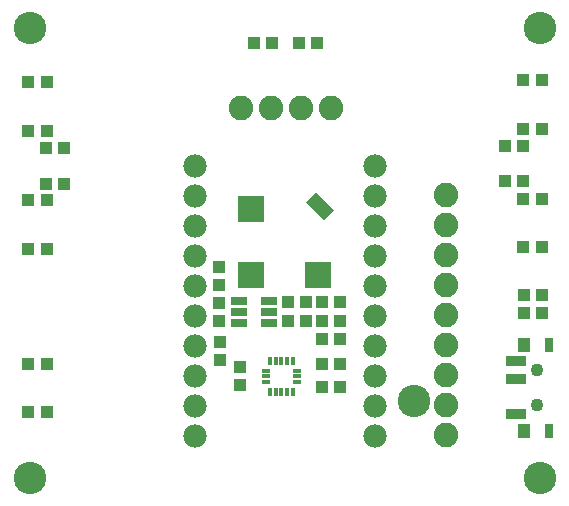
<source format=gts>
G75*
%MOIN*%
%OFA0B0*%
%FSLAX25Y25*%
%IPPOS*%
%LPD*%
%AMOC8*
5,1,8,0,0,1.08239X$1,22.5*
%
%ADD10C,0.10800*%
%ADD11C,0.07800*%
%ADD12R,0.04343X0.04343*%
%ADD13C,0.08200*%
%ADD14R,0.03950X0.03950*%
%ADD15R,0.01784X0.02769*%
%ADD16R,0.02769X0.01784*%
%ADD17R,0.06706X0.03556*%
%ADD18R,0.03162X0.04737*%
%ADD19R,0.03950X0.04737*%
%ADD20C,0.04343*%
%ADD21R,0.08674X0.08674*%
%ADD22R,0.08674X0.04737*%
%ADD23R,0.05524X0.02965*%
D10*
X0019000Y0016400D03*
X0147189Y0041951D03*
X0189000Y0016400D03*
X0189000Y0166400D03*
X0019000Y0166400D03*
D11*
X0074000Y0120475D03*
X0074000Y0110475D03*
X0074000Y0100475D03*
X0074000Y0090475D03*
X0074000Y0080475D03*
X0074000Y0070475D03*
X0074000Y0060475D03*
X0074000Y0050475D03*
X0074000Y0040475D03*
X0074000Y0030475D03*
X0134000Y0030475D03*
X0134000Y0040475D03*
X0134000Y0050475D03*
X0134000Y0060475D03*
X0134000Y0070475D03*
X0134000Y0080475D03*
X0134000Y0090475D03*
X0134000Y0100475D03*
X0134000Y0110475D03*
X0134000Y0120475D03*
D12*
X0183350Y0109471D03*
X0189650Y0109471D03*
X0189650Y0093329D03*
X0183350Y0093329D03*
X0183350Y0132704D03*
X0189650Y0132704D03*
X0189650Y0148846D03*
X0183350Y0148846D03*
X0024650Y0148221D03*
X0018350Y0148221D03*
X0018350Y0132079D03*
X0024650Y0132079D03*
X0024650Y0108846D03*
X0018350Y0108846D03*
X0018350Y0092704D03*
X0024650Y0092704D03*
X0024650Y0054471D03*
X0018350Y0054471D03*
X0018350Y0038329D03*
X0024650Y0038329D03*
D13*
X0089350Y0139525D03*
X0099350Y0139525D03*
X0109350Y0139525D03*
X0119350Y0139525D03*
X0157700Y0110500D03*
X0157700Y0100500D03*
X0157700Y0090500D03*
X0157700Y0080500D03*
X0157700Y0070500D03*
X0157700Y0060500D03*
X0157700Y0050500D03*
X0157700Y0040500D03*
X0157700Y0030500D03*
D14*
X0122450Y0046700D03*
X0116450Y0046700D03*
X0116450Y0054200D03*
X0122450Y0054200D03*
X0122450Y0062600D03*
X0116450Y0062600D03*
X0116450Y0068600D03*
X0111100Y0068500D03*
X0105100Y0068500D03*
X0105200Y0075000D03*
X0111200Y0075000D03*
X0116450Y0075000D03*
X0122450Y0075000D03*
X0122450Y0068600D03*
X0089200Y0053350D03*
X0082300Y0055600D03*
X0082300Y0061600D03*
X0082200Y0068700D03*
X0082200Y0074700D03*
X0082200Y0080500D03*
X0082200Y0086500D03*
X0089200Y0047350D03*
X0030500Y0114200D03*
X0024500Y0114200D03*
X0024500Y0126400D03*
X0030500Y0126400D03*
X0093772Y0161150D03*
X0099678Y0161150D03*
X0108600Y0161150D03*
X0114600Y0161150D03*
X0177500Y0127000D03*
X0183500Y0127000D03*
X0183500Y0115300D03*
X0177500Y0115300D03*
X0183747Y0077300D03*
X0189653Y0077300D03*
X0189700Y0071300D03*
X0183700Y0071300D03*
D15*
X0106837Y0055465D03*
X0104869Y0055465D03*
X0102900Y0055465D03*
X0100931Y0055465D03*
X0098963Y0055465D03*
X0098963Y0044835D03*
X0100931Y0044835D03*
X0102900Y0044835D03*
X0104869Y0044835D03*
X0106837Y0044835D03*
D16*
X0108215Y0048181D03*
X0108215Y0050150D03*
X0108215Y0052119D03*
X0097585Y0052119D03*
X0097585Y0050150D03*
X0097585Y0048181D03*
D17*
X0181110Y0049353D03*
X0181110Y0055258D03*
X0181110Y0037542D03*
D18*
X0191937Y0032030D03*
X0191937Y0060770D03*
D19*
X0183669Y0060770D03*
X0183669Y0032030D03*
D20*
X0188000Y0040494D03*
X0188000Y0052306D03*
D21*
X0114924Y0084076D03*
X0092876Y0084076D03*
X0092876Y0106124D03*
D22*
G36*
X0117103Y0102170D02*
X0110970Y0108303D01*
X0114319Y0111652D01*
X0120452Y0105519D01*
X0117103Y0102170D01*
G37*
D23*
X0098818Y0075440D03*
X0098818Y0071700D03*
X0098818Y0067960D03*
X0088582Y0067960D03*
X0088582Y0071700D03*
X0088582Y0075440D03*
M02*

</source>
